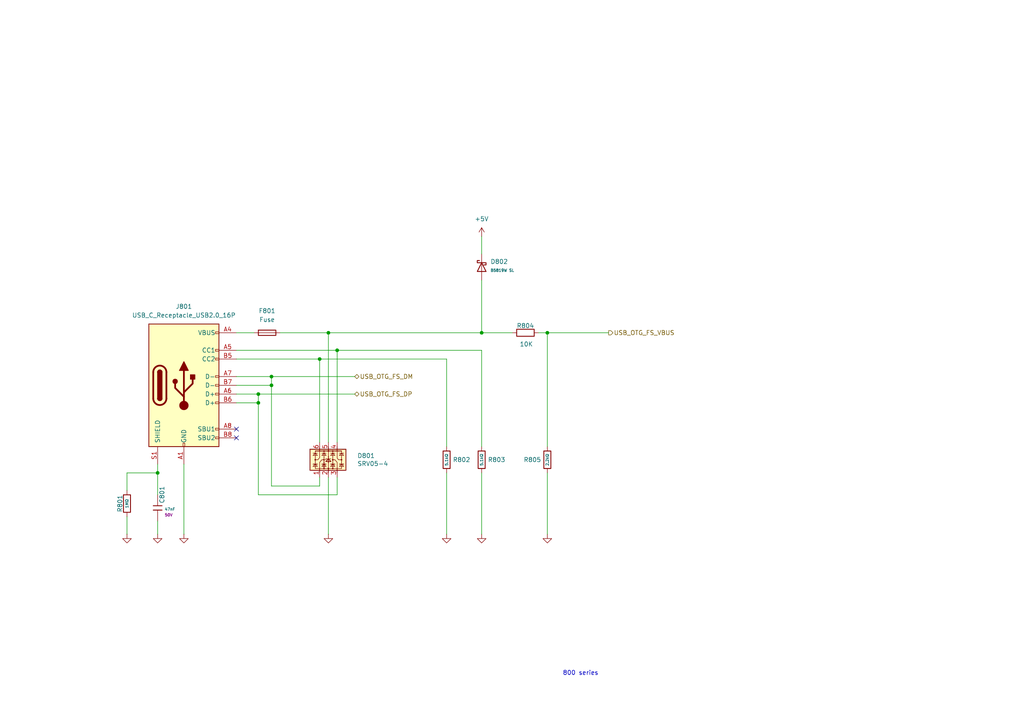
<source format=kicad_sch>
(kicad_sch (version 20250114) (generator "eeschema") (generator_version "9.0")
  (paper "A4")
  (title_block (title "l8"))
  (lib_symbols
    (symbol "PCM_JLCPCB-Capacitors:0603,47nF" (pin_numbers (hide yes)) (pin_names (offset 0))
      (property "Reference" "C" (at 2.032 1.668 0))
      (property "Value" "47nF" (at 2.032 -0.3782 0))
      (property "Voltage Rated" "50V" (at 2.032 -2.0462 0))
      (symbol "0603,47nF_0_1"
        (polyline (pts (xy -1.27 0.635) (xy 1.27 0.635)) (stroke (width 0.254)))
        (polyline (pts (xy -1.27 -0.635) (xy 1.27 -0.635)) (stroke (width 0.254)))
      )
      (symbol "0603,47nF_1_1"
        (pin passive line (at 0 3.81 270) (length 3.175) (name "~") (number "1"))
        (pin passive line (at 0 -3.81 90) (length 3.175) (name "~") (number "2"))
      )
    )
    (symbol "PCM_JLCPCB-Diodes:Schottky,B5819W SL" (pin_numbers (hide yes)) (pin_names (offset 0))
      (property "Reference" "D" (at 2.032 0.834 0))
      (property "Value" "B5819W SL" (at 2.032 -1.2122 0))
      (symbol "Schottky,B5819W SL_0_1"
        (polyline (pts (xy -1.27 1.27) (xy 0 -1.27) (xy 1.27 1.27) (xy -1.27 1.27)) (stroke (width 0.254)))
        (polyline (pts (xy 0.635 -1.905) (xy 1.27 -1.905) (xy 1.27 -1.27) (xy -1.27 -1.27) (xy -1.27 -0.635) (xy -0.635 -0.635)) (stroke (width 0.254)))
      )
      (symbol "Schottky,B5819W SL_1_1"
        (pin passive line (at 0 3.81 270) (length 3.81) (name "~") (number "2"))
        (pin passive line (at 0 -3.81 90) (length 3.81) (name "~") (number "1"))
      )
    )
    (symbol "PCM_JLCPCB-Resistors:0603,1MΩ" (pin_numbers (hide yes)) (pin_names (offset 0))
      (property "Reference" "R" (at 1.778 0 0))
      (property "Value" "1MΩ" (at 0 0 90))
      (symbol "0603,1MΩ_0_1"
        (rectangle (start -1.016 2.54) (end 1.016 -2.54) (stroke (width 0.254)))
      )
      (symbol "0603,1MΩ_1_1"
        (pin passive line (at 0 3.81 270) (length 1.27) (name "~") (number "1"))
        (pin passive line (at 0 -3.81 90) (length 1.27) (name "~") (number "2"))
      )
    )
    (symbol "dnt_global:Fuse_16V_500mA_100A_1A_150mΩ_0805_PTC_Resettable_Fuses_ROHS" (pin_numbers (hide yes)) (pin_names (offset 0))
      (property "Reference" "F1" (at 6.35 0 90))
      (property "Value" "Fuse_16V_500mA_100A_1A_150mΩ_0805_PTC_Resettable_Fuses_ROHS" (at 3.81 0 90))
      (symbol "Fuse_16V_500mA_100A_1A_150mΩ_0805_PTC_Resettable_Fuses_ROHS_0_1"
        (rectangle (start -0.762 -2.54) (end 0.762 2.54) (stroke (width 0.254)))
        (polyline (pts (xy 0 2.54) (xy 0 -2.54)))
      )
      (symbol "Fuse_16V_500mA_100A_1A_150mΩ_0805_PTC_Resettable_Fuses_ROHS_1_1"
        (pin passive line (at 0 3.81 270) (length 1.27) (name "~") (number "1"))
        (pin passive line (at 0 -3.81 90) (length 1.27) (name "~") (number "2"))
      )
    )
    (symbol "dnt_global:NUP4202"
      (property "Reference" "D10" (at 8.382 1.1684 0))
      (property "Value" "SRV05-4" (at 8.382 -1.143 0))
      (symbol "NUP4202_0_1"
        (rectangle (start -5.334 3.048) (end 5.08 -3.048) (stroke (width 0.254)) (fill (type background)))
        (polyline (pts (xy -4.445 1.905) (xy -3.175 1.905)))
        (polyline (pts (xy -4.445 1.27) (xy -3.175 1.27) (xy -3.81 1.905) (xy -4.445 1.27)))
        (polyline (pts (xy -4.445 -1.27) (xy -3.175 -1.27)))
        (polyline (pts (xy -4.445 -1.27) (xy -3.175 -1.27)))
        (polyline (pts (xy -4.445 -1.905) (xy -3.175 -1.905) (xy -3.81 -1.27) (xy -4.445 -1.905)))
        (polyline (pts (xy -3.81 2.54) (xy 3.81 2.54)))
        (polyline (pts (xy -3.81 2.54) (xy 3.81 2.54)))
        (polyline (pts (xy -3.81 0.635) (xy -3.81 2.54)))
        (circle (center -3.81 0) (radius 0.127))
        (circle (center -3.81 0) (radius 0.127))
        (polyline (pts (xy -3.81 -0.635) (xy -3.81 0.635)))
        (polyline (pts (xy -3.81 -2.54) (xy -3.81 -0.635)))
        (polyline (pts (xy -3.81 -2.54) (xy 3.81 -2.54)))
        (polyline (pts (xy -2.54 3.81) (xy -2.54 0.635) (xy -3.048 0) (xy -3.937 0)))
        (polyline (pts (xy -2.54 -3.81) (xy -2.54 -0.762) (xy -1.905 0) (xy -1.27 0)))
        (polyline (pts (xy -1.905 1.905) (xy -0.635 1.905)))
        (polyline (pts (xy -1.905 1.27) (xy -0.635 1.27) (xy -1.27 1.905) (xy -1.905 1.27)))
        (polyline (pts (xy -1.905 -1.27) (xy -0.635 -1.27)))
        (polyline (pts (xy -1.905 -1.27) (xy -0.635 -1.27)))
        (polyline (pts (xy -1.905 -1.905) (xy -0.635 -1.905) (xy -1.27 -1.27) (xy -1.905 -1.905)))
        (circle (center -1.27 2.54) (radius 0.127))
        (circle (center -1.27 2.54) (radius 0.127))
        (polyline (pts (xy -1.27 0.635) (xy -1.27 2.54)))
        (polyline (pts (xy -1.27 0.635) (xy -1.27 -0.635)))
        (circle (center -1.27 0) (radius 0.127))
        (circle (center -1.27 0) (radius 0.127))
        (circle (center -1.27 -2.54) (radius 0.127))
        (circle (center -1.27 -2.54) (radius 0.127))
        (polyline (pts (xy -1.27 -2.54) (xy -1.27 -0.635)))
        (polyline (pts (xy -1.27 -2.54) (xy -1.27 -0.635)))
        (polyline (pts (xy -0.762 -0.508) (xy 0.762 -0.508) (xy 0 0.254) (xy -0.762 -0.508)))
        (polyline (pts (xy -0.762 -0.508) (xy 0.762 -0.508) (xy 0 0.254) (xy -0.762 -0.508)))
        (circle (center 0 2.54) (radius 0.127))
        (circle (center 0 2.54) (radius 0.127))
        (polyline (pts (xy 0 1.016) (xy 0 3.81)))
        (polyline (pts (xy 0 -0.889) (xy 0 1.016)))
        (polyline (pts (xy 0 -0.889) (xy 0 1.016)))
        (polyline (pts (xy 0 -0.889) (xy 0 -3.81)))
        (circle (center 0 -2.54) (radius 0.127))
        (circle (center 0 -2.54) (radius 0.127))
        (polyline (pts (xy 0.635 1.905) (xy 1.905 1.905)))
        (polyline (pts (xy 0.635 1.27) (xy 1.905 1.27) (xy 1.27 1.905) (xy 0.635 1.27)))
        (polyline (pts (xy 0.635 -1.27) (xy 1.905 -1.27)))
        (polyline (pts (xy 0.635 -1.27) (xy 1.905 -1.27)))
        (polyline (pts (xy 0.635 -1.905) (xy 1.905 -1.905) (xy 1.27 -1.27) (xy 0.635 -1.905)))
        (polyline (pts (xy 0.762 0.254) (xy -0.762 0.254) (xy -0.762 0)))
        (circle (center 1.27 2.54) (radius 0.127))
        (circle (center 1.27 2.54) (radius 0.127))
        (polyline (pts (xy 1.27 0.635) (xy 1.27 2.54)))
        (polyline (pts (xy 1.27 0.635) (xy 1.27 -0.635)))
        (circle (center 1.27 0) (radius 0.127))
        (circle (center 1.27 0) (radius 0.127))
        (polyline (pts (xy 1.27 -2.54) (xy 1.27 -0.635)))
        (polyline (pts (xy 1.27 -2.54) (xy 1.27 -0.635)))
        (circle (center 1.27 -2.54) (radius 0.127))
        (circle (center 1.27 -2.54) (radius 0.127))
        (polyline (pts (xy 2.54 3.81) (xy 2.54 0.508) (xy 2.921 0) (xy 3.81 0)))
        (polyline (pts (xy 2.54 -3.81) (xy 2.54 -0.762) (xy 1.905 0) (xy 1.143 0)))
        (polyline (pts (xy 3.175 1.905) (xy 4.445 1.905)))
        (polyline (pts (xy 3.175 1.27) (xy 4.445 1.27) (xy 3.81 1.905) (xy 3.175 1.27)))
        (polyline (pts (xy 3.175 -1.27) (xy 4.445 -1.27)))
        (polyline (pts (xy 3.175 -1.27) (xy 4.445 -1.27)))
        (polyline (pts (xy 3.175 -1.905) (xy 4.445 -1.905) (xy 3.81 -1.27) (xy 3.175 -1.905)))
        (polyline (pts (xy 3.81 0.635) (xy 3.81 2.54)))
        (polyline (pts (xy 3.81 0.635) (xy 3.81 -0.635)))
        (circle (center 3.81 0) (radius 0.127))
        (circle (center 3.81 0) (radius 0.127))
        (polyline (pts (xy 3.81 -2.54) (xy 3.81 -0.635)))
      )
      (symbol "NUP4202_1_1"
        (pin passive line (at -2.54 5.08 270) (length 2.54) (name "~") (number "6"))
        (pin passive line (at -2.54 -5.08 90) (length 2.54) (name "~") (number "1"))
        (pin passive line (at 0 5.08 270) (length 2.54) (name "~") (number "5"))
        (pin passive line (at 0 -5.08 90) (length 2.54) (name "~") (number "2"))
        (pin passive line (at 2.54 5.08 270) (length 2.54) (name "~") (number "4"))
        (pin passive line (at 2.54 -5.08 90) (length 2.54) (name "~") (number "3"))
      )
    )
    (symbol "dnt_global:Resistor_0402,10kΩ" (pin_numbers (hide yes)) (pin_names (offset 0))
      (property "Reference" "R" (at 1.778 0 0))
      (property "Value" "10kΩ" (at 0 0 90))
      (symbol "Resistor_0402,10kΩ_0_1"
        (rectangle (start -1.016 2.54) (end 1.016 -2.54) (stroke (width 0.254)))
      )
      (symbol "Resistor_0402,10kΩ_1_1"
        (pin passive line (at 0 3.81 270) (length 1.27) (name "~") (number "1"))
        (pin passive line (at 0 -3.81 90) (length 1.27) (name "~") (number "2"))
      )
    )
    (symbol "dnt_global:Resistor_0402,2.2kΩ" (pin_numbers (hide yes)) (pin_names (offset 0))
      (property "Reference" "R" (at 1.778 0 0))
      (property "Value" "2.2kΩ" (at 0 0 90))
      (symbol "Resistor_0402,2.2kΩ_0_1"
        (rectangle (start -1.016 2.54) (end 1.016 -2.54) (stroke (width 0.254)))
      )
      (symbol "Resistor_0402,2.2kΩ_1_1"
        (pin passive line (at 0 3.81 270) (length 1.27) (name "~") (number "1"))
        (pin passive line (at 0 -3.81 90) (length 1.27) (name "~") (number "2"))
      )
    )
    (symbol "dnt_global:Resistor_0402,5.1kΩ" (pin_numbers (hide yes)) (pin_names (offset 0))
      (property "Reference" "R" (at 1.778 0 0))
      (property "Value" "5.1kΩ" (at 0 0 90))
      (symbol "Resistor_0402,5.1kΩ_0_1"
        (rectangle (start -1.016 2.54) (end 1.016 -2.54) (stroke (width 0.254)))
      )
      (symbol "Resistor_0402,5.1kΩ_1_1"
        (pin passive line (at 0 3.81 270) (length 1.27) (name "~") (number "1"))
        (pin passive line (at 0 -3.81 90) (length 1.27) (name "~") (number "2"))
      )
    )
    (symbol "dnt_global:USB_C_Receptacle_USB2.0_16P-GT-USB-7051A" (pin_names (offset 1.016))
      (property "Reference" "J" (at 0 22.225 0))
      (property "Value" "USB_C_Receptacle_USB2.0_16P-GT-USB-7051A" (at 0 19.685 0))
      (symbol "USB_C_Receptacle_USB2.0_16P-GT-USB-7051A_0_0"
        (rectangle (start -0.254 -17.78) (end 0.254 -16.764))
        (rectangle (start 10.16 15.494) (end 9.144 14.986))
        (rectangle (start 10.16 10.414) (end 9.144 9.906))
        (rectangle (start 10.16 7.874) (end 9.144 7.366))
        (rectangle (start 10.16 2.794) (end 9.144 2.286))
        (rectangle (start 10.16 0.254) (end 9.144 -0.254))
        (rectangle (start 10.16 -2.286) (end 9.144 -2.794))
        (rectangle (start 10.16 -4.826) (end 9.144 -5.334))
        (rectangle (start 10.16 -12.446) (end 9.144 -12.954))
        (rectangle (start 10.16 -14.986) (end 9.144 -15.494))
      )
      (symbol "USB_C_Receptacle_USB2.0_16P-GT-USB-7051A_0_1"
        (rectangle (start -10.16 17.78) (end 10.16 -17.78) (stroke (width 0.254)) (fill (type background)))
        (polyline (pts (xy -8.89 -3.81) (xy -8.89 3.81)) (stroke (width 0.508)))
        (rectangle (start -7.62 -3.81) (end -6.35 3.81) (stroke (width 0.254)) (fill (type outline)))
        (arc (start -7.62 3.81) (mid -6.985 4.4423) (end -6.35 3.81) (stroke (width 0.254)))
        (arc (start -7.62 3.81) (mid -6.985 4.4423) (end -6.35 3.81) (stroke (width 0.254)) (fill (type outline)))
        (arc (start -8.89 3.81) (mid -6.985 5.7067) (end -5.08 3.81) (stroke (width 0.508)))
        (arc (start -5.08 -3.81) (mid -6.985 -5.7067) (end -8.89 -3.81) (stroke (width 0.508)))
        (arc (start -6.35 -3.81) (mid -6.985 -4.4423) (end -7.62 -3.81) (stroke (width 0.254)))
        (arc (start -6.35 -3.81) (mid -6.985 -4.4423) (end -7.62 -3.81) (stroke (width 0.254)) (fill (type outline)))
        (polyline (pts (xy -5.08 3.81) (xy -5.08 -3.81)) (stroke (width 0.508)))
        (circle (center -2.54 1.143) (radius 0.635) (stroke (width 0.254)) (fill (type outline)))
        (polyline (pts (xy -1.27 4.318) (xy 0 6.858) (xy 1.27 4.318) (xy -1.27 4.318)) (stroke (width 0.254)) (fill (type outline)))
        (polyline (pts (xy 0 -2.032) (xy 2.54 0.508) (xy 2.54 1.778)) (stroke (width 0.508)))
        (polyline (pts (xy 0 -3.302) (xy -2.54 -0.762) (xy -2.54 0.508)) (stroke (width 0.508)))
        (polyline (pts (xy 0 -5.842) (xy 0 4.318)) (stroke (width 0.508)))
        (circle (center 0 -5.842) (radius 1.27) (fill (type outline)))
        (rectangle (start 1.905 1.778) (end 3.175 3.048) (stroke (width 0.254)) (fill (type outline)))
      )
      (symbol "USB_C_Receptacle_USB2.0_16P-GT-USB-7051A_1_1"
        (pin passive line (at -7.62 -22.86 90) (length 5.08) (name "SHIELD") (number "S1"))
        (pin passive line (at 0 -22.86 90) (length 5.08) (name "GND") (number "A1"))
        (pin passive line (at 0 -22.86 90) (length 5.08) (hide yes) (name "GND") (number "A12"))
        (pin passive line (at 0 -22.86 90) (length 5.08) (hide yes) (name "GND") (number "B1"))
        (pin passive line (at 0 -22.86 90) (length 5.08) (hide yes) (name "GND") (number "B12"))
        (pin passive line (at 15.24 15.24 180) (length 5.08) (name "VBUS") (number "A4"))
        (pin passive line (at 15.24 15.24 180) (length 5.08) (hide yes) (name "VBUS") (number "A9"))
        (pin passive line (at 15.24 15.24 180) (length 5.08) (hide yes) (name "VBUS") (number "B4"))
        (pin passive line (at 15.24 15.24 180) (length 5.08) (hide yes) (name "VBUS") (number "B9"))
        (pin bidirectional line (at 15.24 10.16 180) (length 5.08) (name "CC1") (number "A5"))
        (pin bidirectional line (at 15.24 7.62 180) (length 5.08) (name "CC2") (number "B5"))
        (pin bidirectional line (at 15.24 2.54 180) (length 5.08) (name "D-") (number "A7"))
        (pin bidirectional line (at 15.24 0 180) (length 5.08) (name "D-") (number "B7"))
        (pin bidirectional line (at 15.24 -2.54 180) (length 5.08) (name "D+") (number "A6"))
        (pin bidirectional line (at 15.24 -5.08 180) (length 5.08) (name "D+") (number "B6"))
        (pin bidirectional line (at 15.24 -12.7 180) (length 5.08) (name "SBU1") (number "A8"))
        (pin bidirectional line (at 15.24 -15.24 180) (length 5.08) (name "SBU2") (number "B8"))
      )
    )
    (symbol "power:+5V" (power) (pin_numbers (hide yes)) (pin_names (offset 0) (hide yes))
      (property "Value" "+5V" (at 0 3.556 0))
      (symbol "+5V_0_1"
        (polyline (pts (xy -0.762 1.27) (xy 0 2.54)))
        (polyline (pts (xy 0 2.54) (xy 0.762 1.27)))
        (polyline (pts (xy 0 0) (xy 0 2.54)))
      )
      (symbol "+5V_1_1"
        (pin power_in line (at 0 0 90) (length 0) (name "~") (number "1"))
      )
    )
    (symbol "power:GND" (power) (pin_numbers (hide yes)) (pin_names (offset 0) (hide yes))
      (property "Value" "GND" (at 0 -3.81 0))
      (symbol "GND_0_1"
        (polyline (pts (xy 0 0) (xy 0 -1.27) (xy 1.27 -1.27) (xy 0 -2.54) (xy -1.27 -1.27) (xy 0 -1.27)))
      )
      (symbol "GND_1_1"
        (pin power_in line (at 0 0 270) (length 0) (name "~") (number "1"))
      )
    )
  )
  (text "800 series" (at 168.402 195.326 0) (effects (font (size 1.27 1.27))))
  (junction (at 74.93 114.3))
  (junction (at 158.75 96.52))
  (junction (at 92.71 104.14))
  (junction (at 97.79 101.6))
  (junction (at 95.25 96.52))
  (junction (at 78.74 111.76))
  (junction (at 74.93 116.84))
  (junction (at 45.72 137.16))
  (junction (at 78.74 109.22))
  (junction (at 139.7 96.52))
  (no_connect (at 68.58 124.46))
  (no_connect (at 68.58 127))
  (wire (pts (xy 156.21 96.52) (xy 158.75 96.52)))
  (wire (pts (xy 74.93 114.3) (xy 74.93 116.84)))
  (wire (pts (xy 68.58 104.14) (xy 92.71 104.14)))
  (wire (pts (xy 95.25 96.52) (xy 95.25 128.27)))
  (wire (pts (xy 36.83 137.16) (xy 36.83 142.24)))
  (wire (pts (xy 97.79 143.51) (xy 74.93 143.51)))
  (wire (pts (xy 68.58 111.76) (xy 78.74 111.76)))
  (wire (pts (xy 74.93 116.84) (xy 74.93 143.51)))
  (wire (pts (xy 53.34 134.62) (xy 53.34 154.94)))
  (wire (pts (xy 97.79 101.6) (xy 97.79 128.27)))
  (wire (pts (xy 139.7 137.16) (xy 139.7 154.94)))
  (wire (pts (xy 92.71 138.43) (xy 92.71 140.97)))
  (wire (pts (xy 45.72 134.62) (xy 45.72 137.16)))
  (wire (pts (xy 74.93 114.3) (xy 102.87 114.3)))
  (wire (pts (xy 92.71 104.14) (xy 129.54 104.14)))
  (wire (pts (xy 68.58 109.22) (xy 78.74 109.22)))
  (wire (pts (xy 139.7 101.6) (xy 139.7 129.54)))
  (wire (pts (xy 139.7 96.52) (xy 148.59 96.52)))
  (wire (pts (xy 129.54 137.16) (xy 129.54 154.94)))
  (wire (pts (xy 139.7 81.28) (xy 139.7 96.52)))
  (wire (pts (xy 78.74 109.22) (xy 78.74 111.76)))
  (wire (pts (xy 139.7 68.58) (xy 139.7 73.66)))
  (wire (pts (xy 129.54 104.14) (xy 129.54 129.54)))
  (wire (pts (xy 45.72 151.13) (xy 45.72 154.94)))
  (wire (pts (xy 97.79 138.43) (xy 97.79 143.51)))
  (wire (pts (xy 92.71 128.27) (xy 92.71 104.14)))
  (wire (pts (xy 45.72 137.16) (xy 45.72 143.51)))
  (wire (pts (xy 78.74 109.22) (xy 102.87 109.22)))
  (wire (pts (xy 158.75 96.52) (xy 176.53 96.52)))
  (wire (pts (xy 36.83 149.86) (xy 36.83 154.94)))
  (wire (pts (xy 92.71 140.97) (xy 78.74 140.97)))
  (wire (pts (xy 68.58 114.3) (xy 74.93 114.3)))
  (wire (pts (xy 36.83 137.16) (xy 45.72 137.16)))
  (wire (pts (xy 68.58 96.52) (xy 73.66 96.52)))
  (wire (pts (xy 68.58 116.84) (xy 74.93 116.84)))
  (wire (pts (xy 95.25 96.52) (xy 139.7 96.52)))
  (wire (pts (xy 78.74 111.76) (xy 78.74 140.97)))
  (wire (pts (xy 95.25 138.43) (xy 95.25 154.94)))
  (wire (pts (xy 158.75 154.94) (xy 158.75 137.16)))
  (wire (pts (xy 68.58 101.6) (xy 97.79 101.6)))
  (wire (pts (xy 158.75 96.52) (xy 158.75 129.54)))
  (wire (pts (xy 81.28 96.52) (xy 95.25 96.52)))
  (wire (pts (xy 97.79 101.6) (xy 139.7 101.6)))
  (hierarchical_label "USB_OTG_FS_DP" (shape bidirectional) (at 102.87 114.3 0))
  (hierarchical_label "USB_OTG_FS_VBUS" (shape output) (at 176.53 96.52 0))
  (hierarchical_label "USB_OTG_FS_DM" (shape bidirectional) (at 102.87 109.22 0))
  (symbol (lib_id "dnt_global:NUP4202") (at 95.25 133.35 0) (unit 1)
    (property "Reference" "D802" (at 103.632 132.1816 0) (effects (justify left)))
    (property "Value" "SRV05-4" (at 103.632 134.493 0) (effects (justify left)))
    (property "Footprint" "Package_TO_SOT_SMD:SOT-23-6" (effects (hide yes)))
    (property "Description" "4.5A@8/20us 12V 60W@8/20us 9V SOT-23-6 TVS Diodes ROHS" (effects (hide yes)))
    (property "LCSC" "C2836319" (effects (hide yes)))
    (property "JLCPCB Rotation Offset" "90" (effects (hide yes)))
    (instances (project "l8-kicad" (path "" (reference "D801") (unit 1))) (project "l8-kicad" (path "" (reference "D802") (unit 1))) (project "l8-kicad" (path "" (reference "D802") (unit 1))))
  )
  (symbol (lib_id "dnt_global:Fuse_16V_500mA_100A_1A_150mΩ_0805_PTC_Resettable_Fuses_ROHS") (at 77.47 96.52 90) (unit 1)
    (property "Reference" "F801" (at 77.47 90.17 90))
    (property "Value" "Fuse" (at 77.47 92.71 90))
    (property "Footprint" "Fuse:Fuse_0805_2012Metric" (effects (hide yes)))
    (property "Description" "Fuse" (effects (hide yes)))
    (property "LCSC" "C2833485" (effects (hide yes)))
  )
  (symbol (lib_id "power:GND") (at 36.83 154.94 0) (unit 1)
    (property "Reference" "#PWR0801" (effects (hide yes)))
    (property "Value" "GND" (effects (hide yes)))
    (property "Description" "Power symbol creates a global label with name \"GND\" , ground" (effects (hide yes)))
  )
  (symbol (lib_id "dnt_global:Resistor_0402,2.2kΩ") (at 158.75 133.35 180) (unit 1)
    (property "Reference" "R701" (at 156.972 133.35 0) (effects (justify left)))
    (property "Value" "2.2kΩ" (at 158.75 133.35 90) (effects (font (size 0.8 0.8))))
    (property "Footprint" "PCM_JLCPCB:R_0402" (effects (hide yes)))
    (property "Datasheet" "https://www.lcsc.com/datasheet/lcsc_datasheet_2206010045_UNI-ROYAL-Uniroyal-Elec-0402WGF2201TCE_C25879.pdf" (effects (hide yes)))
    (property "Description" "62.5mW Thick Film Resistors 50V ±100ppm/°C ±1% 2.2kΩ 0402 Chip Resistor - Surface Mount ROHS" (effects (hide yes)))
    (property "LCSC" "C25879" (effects (hide yes)))
    (property "Stock" "1767502" (effects (hide yes)))
    (property "Price" "0.004USD" (effects (hide yes)))
    (property "Process" "SMT" (effects (hide yes)))
    (property "Minimum Qty" "20" (effects (hide yes)))
    (property "Attrition Qty" "10" (effects (hide yes)))
    (property "Class" "Basic Component" (effects (hide yes)))
    (property "Category" "Resistors,Chip Resistor - Surface Mount" (effects (hide yes)))
    (property "Manufacturer" "UNI-ROYAL(Uniroyal Elec)" (effects (hide yes)))
    (property "Part" "0402WGF2201TCE" (effects (hide yes)))
    (property "Resistance" "2.2kΩ" (effects (hide yes)))
    (property "Power(Watts)" "62.5mW" (effects (hide yes)))
    (property "Type" "Thick Film Resistors" (effects (hide yes)))
    (property "Overload Voltage (Max)" "50V" (effects (hide yes)))
    (property "Operating Temperature Range" "-55°C~+155°C" (effects (hide yes)))
    (property "Tolerance" "±1%" (effects (hide yes)))
    (property "Temperature Coefficient" "±100ppm/°C" (effects (hide yes)))
    (instances (project "l8-kicad" (path "" (reference "R805") (unit 1))) (project "l8-kicad" (path "" (reference "R701") (unit 1))) (project "l8-kicad" (path "" (reference "R701") (unit 1))))
  )
  (symbol (lib_id "power:GND") (at 158.75 154.94 0) (unit 1)
    (property "Reference" "#PWR0808" (effects (hide yes)))
    (property "Value" "GND" (effects (hide yes)))
    (property "Description" "Power symbol creates a global label with name \"GND\" , ground" (effects (hide yes)))
  )
  (symbol (lib_id "power:GND") (at 45.72 154.94 0) (unit 1)
    (property "Reference" "#PWR0802" (effects (hide yes)))
    (property "Value" "GND" (effects (hide yes)))
    (property "Description" "Power symbol creates a global label with name \"GND\" , ground" (effects (hide yes)))
  )
  (symbol (lib_id "PCM_JLCPCB-Resistors:0603,1MΩ") (at 36.83 146.05 0) (mirror y) (unit 1)
    (property "Reference" "R801" (at 34.798 146.05 90))
    (property "Value" "1MΩ" (at 36.83 146.05 90) (effects (font (size 0.8 0.8))))
    (property "Footprint" "PCM_JLCPCB:R_0603" (effects (hide yes)))
    (property "Datasheet" "https://www.lcsc.com/datasheet/lcsc_datasheet_2206010130_UNI-ROYAL-Uniroyal-Elec-0603WAF1004T5E_C22935.pdf" (effects (hide yes)))
    (property "Description" "100mW Thick Film Resistors 75V ±100ppm/°C ±1% 1MΩ 0603 Chip Resistor - Surface Mount ROHS" (effects (hide yes)))
    (property "LCSC" "C22935" (effects (hide yes)))
    (property "Stock" "3961571" (effects (hide yes)))
    (property "Price" "0.004USD" (effects (hide yes)))
    (property "Process" "SMT" (effects (hide yes)))
    (property "Minimum Qty" "20" (effects (hide yes)))
    (property "Attrition Qty" "10" (effects (hide yes)))
    (property "Class" "Basic Component" (effects (hide yes)))
    (property "Category" "Resistors,Chip Resistor - Surface Mount" (effects (hide yes)))
    (property "Manufacturer" "UNI-ROYAL(Uniroyal Elec)" (effects (hide yes)))
    (property "Part" "0603WAF1004T5E" (effects (hide yes)))
    (property "Resistance" "1MΩ" (effects (hide yes)))
    (property "Power(Watts)" "100mW" (effects (hide yes)))
    (property "Type" "Thick Film Resistors" (effects (hide yes)))
    (property "Overload Voltage (Max)" "75V" (effects (hide yes)))
    (property "Operating Temperature Range" "-55°C~+155°C" (effects (hide yes)))
    (property "Tolerance" "±1%" (effects (hide yes)))
    (property "Temperature Coefficient" "±100ppm/°C" (effects (hide yes)))
  )
  (symbol (lib_id "dnt_global:Resistor_0402,5.1kΩ") (at 129.54 133.35 0) (mirror x) (unit 1)
    (property "Reference" "R802" (at 131.318 133.35 0) (effects (justify left)))
    (property "Value" "5.1kΩ" (at 129.54 133.35 90) (effects (font (size 0.8 0.8))))
    (property "Footprint" "PCM_JLCPCB:R_0402" (effects (hide yes)))
    (property "Datasheet" "https://www.lcsc.com/datasheet/lcsc_datasheet_2206010045_UNI-ROYAL-Uniroyal-Elec-0402WGF5101TCE_C25905.pdf" (effects (hide yes)))
    (property "Description" "62.5mW Thick Film Resistors 50V ±100ppm/°C ±1% 5.1kΩ 0402 Chip Resistor - Surface Mount ROHS" (effects (hide yes)))
    (property "LCSC" "C25905" (effects (hide yes)))
    (property "Stock" "3534773" (effects (hide yes)))
    (property "Price" "0.004USD" (effects (hide yes)))
    (property "Process" "SMT" (effects (hide yes)))
    (property "Minimum Qty" "20" (effects (hide yes)))
    (property "Attrition Qty" "10" (effects (hide yes)))
    (property "Class" "Basic Component" (effects (hide yes)))
    (property "Category" "Resistors,Chip Resistor - Surface Mount" (effects (hide yes)))
    (property "Manufacturer" "UNI-ROYAL(Uniroyal Elec)" (effects (hide yes)))
    (property "Part" "0402WGF5101TCE" (effects (hide yes)))
    (property "Resistance" "5.1kΩ" (effects (hide yes)))
    (property "Power(Watts)" "62.5mW" (effects (hide yes)))
    (property "Type" "Thick Film Resistors" (effects (hide yes)))
    (property "Overload Voltage (Max)" "50V" (effects (hide yes)))
    (property "Operating Temperature Range" "-55°C~+155°C" (effects (hide yes)))
    (property "Tolerance" "±1%" (effects (hide yes)))
    (property "Temperature Coefficient" "±100ppm/°C" (effects (hide yes)))
  )
  (symbol (lib_id "dnt_global:Resistor_0402,10kΩ") (at 152.4 96.52 270) (mirror x) (unit 1)
    (property "Reference" "R702" (at 152.4 94.488 90))
    (property "Value" "10K" (at 152.654 99.822 90))
    (property "Footprint" "PCM_JLCPCB:R_0402" (effects (hide yes)))
    (property "Datasheet" "https://www.lcsc.com/datasheet/lcsc_datasheet_2411221126_UNI-ROYAL-Uniroyal-Elec-0402WGF1002TCE_C25744.pdf" (effects (hide yes)))
    (property "Description" "62.5mW Thick Film Resistors 50V ±100ppm/°C ±1% 10kΩ 0402 Chip Resistor - Surface Mount ROHS" (effects (hide yes)))
    (property "LCSC" "C25744" (effects (hide yes)))
    (property "Stock" "24372091" (effects (hide yes)))
    (property "Price" "0.004USD" (effects (hide yes)))
    (property "Process" "SMT" (effects (hide yes)))
    (property "Minimum Qty" "20" (effects (hide yes)))
    (property "Attrition Qty" "10" (effects (hide yes)))
    (property "Class" "Basic Component" (effects (hide yes)))
    (property "Category" "Resistors,Chip Resistor - Surface Mount" (effects (hide yes)))
    (property "Manufacturer" "UNI-ROYAL(Uniroyal Elec)" (effects (hide yes)))
    (property "Part" "0402WGF1002TCE" (effects (hide yes)))
    (property "Resistance" "10kΩ" (effects (hide yes)))
    (property "Power(Watts)" "62.5mW" (effects (hide yes)))
    (property "Type" "Thick Film Resistors" (effects (hide yes)))
    (property "Overload Voltage (Max)" "50V" (effects (hide yes)))
    (property "Operating Temperature Range" "-55°C~+155°C" (effects (hide yes)))
    (property "Tolerance" "±1%" (effects (hide yes)))
    (property "Temperature Coefficient" "±100ppm/°C" (effects (hide yes)))
    (instances (project "l8-kicad" (path "" (reference "R804") (unit 1))) (project "l8-kicad" (path "" (reference "R702") (unit 1))) (project "l8-kicad" (path "" (reference "R702") (unit 1))))
  )
  (symbol (lib_id "PCM_JLCPCB-Diodes:Schottky,B5819W SL") (at 139.7 77.47 180) (unit 1)
    (property "Reference" "D801" (at 142.24 75.8824 0) (effects (justify right)))
    (property "Value" "B5819W SL" (at 142.24 78.4225 0) (effects (font (size 0.8 0.8)) (justify right)))
    (property "Footprint" "PCM_JLCPCB:D_SOD-123" (effects (hide yes)))
    (property "Datasheet" "https://www.lcsc.com/datasheet/lcsc_datasheet_2304140030_Jiangsu-Changjing-Electronics-Technology-Co---Ltd--B5819W-SL_C8598.pdf" (effects (hide yes)))
    (property "Description" "40V 600mV@1A 1A SOD-123 Schottky Diodes ROHS" (effects (hide yes)))
    (property "LCSC" "C8598" (effects (hide yes)))
    (property "Stock" "668909" (effects (hide yes)))
    (property "Price" "0.024USD" (effects (hide yes)))
    (property "Process" "SMT" (effects (hide yes)))
    (property "Minimum Qty" "20" (effects (hide yes)))
    (property "Attrition Qty" "8" (effects (hide yes)))
    (property "Class" "Basic Component" (effects (hide yes)))
    (property "Category" "Diodes,Schottky Barrier Diodes (SBD)" (effects (hide yes)))
    (property "Manufacturer" "Changjiang Electronics Tech (CJ)" (effects (hide yes)))
    (property "Part" "B5819W SL" (effects (hide yes)))
    (property "Rectified Current" "1A" (effects (hide yes)))
    (property "Forward Voltage (Vf@If)" "600mV@1A" (effects (hide yes)))
    (property "Reverse Voltage (Vr)" "40V" (effects (hide yes)))
    (instances (project "l8-kicad" (path "" (reference "D802") (unit 1))) (project "l8-kicad" (path "" (reference "D801") (unit 1))) (project "l8-kicad" (path "" (reference "D801") (unit 1))))
  )
  (symbol (lib_id "power:+5V") (at 139.7 68.58 0) (unit 1)
    (property "Reference" "#PWR0804" (effects (hide yes)))
    (property "Value" "+5V" (at 139.7 63.5 0))
    (property "Description" "Power symbol creates a global label with name \"+5V\"" (effects (hide yes)))
    (instances (project "l8-kicad" (path "" (reference "#PWR0806") (unit 1))) (project "l8-kicad" (path "" (reference "#PWR0804") (unit 1))) (project "l8-kicad" (path "" (reference "#PWR0804") (unit 1))))
  )
  (symbol (lib_id "power:GND") (at 95.25 154.94 0) (unit 1)
    (property "Reference" "#PWR0805" (effects (hide yes)))
    (property "Value" "GND" (effects (hide yes)))
    (property "Description" "Power symbol creates a global label with name \"GND\" , ground" (effects (hide yes)))
    (instances (project "l8-kicad" (path "" (reference "#PWR0804") (unit 1))) (project "l8-kicad" (path "" (reference "#PWR0805") (unit 1))) (project "l8-kicad" (path "" (reference "#PWR0805") (unit 1))))
  )
  (symbol (lib_id "dnt_global:Resistor_0402,5.1kΩ") (at 139.7 133.35 0) (mirror x) (unit 1)
    (property "Reference" "R803" (at 141.478 133.35 0) (effects (justify left)))
    (property "Value" "5.1kΩ" (at 139.7 133.35 90) (effects (font (size 0.8 0.8))))
    (property "Footprint" "PCM_JLCPCB:R_0402" (effects (hide yes)))
    (property "Datasheet" "https://www.lcsc.com/datasheet/lcsc_datasheet_2206010045_UNI-ROYAL-Uniroyal-Elec-0402WGF5101TCE_C25905.pdf" (effects (hide yes)))
    (property "Description" "62.5mW Thick Film Resistors 50V ±100ppm/°C ±1% 5.1kΩ 0402 Chip Resistor - Surface Mount ROHS" (effects (hide yes)))
    (property "LCSC" "C25905" (effects (hide yes)))
    (property "Stock" "3534773" (effects (hide yes)))
    (property "Price" "0.004USD" (effects (hide yes)))
    (property "Process" "SMT" (effects (hide yes)))
    (property "Minimum Qty" "20" (effects (hide yes)))
    (property "Attrition Qty" "10" (effects (hide yes)))
    (property "Class" "Basic Component" (effects (hide yes)))
    (property "Category" "Resistors,Chip Resistor - Surface Mount" (effects (hide yes)))
    (property "Manufacturer" "UNI-ROYAL(Uniroyal Elec)" (effects (hide yes)))
    (property "Part" "0402WGF5101TCE" (effects (hide yes)))
    (property "Resistance" "5.1kΩ" (effects (hide yes)))
    (property "Power(Watts)" "62.5mW" (effects (hide yes)))
    (property "Type" "Thick Film Resistors" (effects (hide yes)))
    (property "Overload Voltage (Max)" "50V" (effects (hide yes)))
    (property "Operating Temperature Range" "-55°C~+155°C" (effects (hide yes)))
    (property "Tolerance" "±1%" (effects (hide yes)))
    (property "Temperature Coefficient" "±100ppm/°C" (effects (hide yes)))
  )
  (symbol (lib_id "dnt_global:USB_C_Receptacle_USB2.0_16P-GT-USB-7051A") (at 53.34 111.76 0) (unit 1)
    (property "Reference" "J801" (at 53.34 88.9 0))
    (property "Value" "USB_C_Receptacle_USB2.0_16P" (at 53.34 91.44 0))
    (property "Footprint" "Connector_USB:USB_C_Receptacle_G-Switch_GT-USB-7051x" (effects (hide yes)))
    (property "Datasheet" "https://jlcpcb.com/api/file/downloadByFileSystemAccessId/8588944427586342912" (effects (hide yes)))
    (property "Description" "USB 2.0-only 16P Type-C Receptacle connector" (effects (hide yes)))
    (property "LCSC" "C2843970" (effects (hide yes)))
  )
  (symbol (lib_id "power:GND") (at 139.7 154.94 0) (unit 1)
    (property "Reference" "#PWR0807" (effects (hide yes)))
    (property "Value" "GND" (effects (hide yes)))
    (property "Description" "Power symbol creates a global label with name \"GND\" , ground" (effects (hide yes)))
  )
  (symbol (lib_id "power:GND") (at 129.54 154.94 0) (unit 1)
    (property "Reference" "#PWR0806" (effects (hide yes)))
    (property "Value" "GND" (effects (hide yes)))
    (property "Description" "Power symbol creates a global label with name \"GND\" , ground" (effects (hide yes)))
    (instances (project "l8-kicad" (path "" (reference "#PWR0805") (unit 1))) (project "l8-kicad" (path "" (reference "#PWR0806") (unit 1))) (project "l8-kicad" (path "" (reference "#PWR0806") (unit 1))))
  )
  (symbol (lib_id "PCM_JLCPCB-Capacitors:0603,47nF") (at 45.72 147.32 0) (unit 1)
    (property "Reference" "C801" (at 46.99 146.05 90) (effects (justify left)))
    (property "Value" "47nF" (at 47.752 147.6982 0) (effects (font (size 0.8 0.8)) (justify left)))
    (property "Footprint" "PCM_JLCPCB:C_0603" (effects (hide yes)))
    (property "Datasheet" "https://www.lcsc.com/datasheet/lcsc_datasheet_2304140030_Samsung-Electro-Mechanics-CL10B473KB8NNNC_C1622.pdf" (effects (hide yes)))
    (property "Description" "50V 47nF X7R ±10% 0603 Multilayer Ceramic Capacitors MLCC - SMD/SMT ROHS" (effects (hide yes)))
    (property "LCSC" "C1622" (effects (hide yes)))
    (property "Stock" "366842" (effects (hide yes)))
    (property "Price" "0.008USD" (effects (hide yes)))
    (property "Process" "SMT" (effects (hide yes)))
    (property "Minimum Qty" "20" (effects (hide yes)))
    (property "Attrition Qty" "10" (effects (hide yes)))
    (property "Class" "Basic Component" (effects (hide yes)))
    (property "Category" "Capacitors,Multilayer Ceramic Capacitors MLCC - SMD/SMT" (effects (hide yes)))
    (property "Manufacturer" "Samsung Electro-Mechanics" (effects (hide yes)))
    (property "Part" "CL10B473KB8NNNC" (effects (hide yes)))
    (property "Voltage Rated" "50V" (at 47.752 149.3662 0) (effects (font (size 0.8 0.8)) (justify left)))
    (property "Tolerance" "±10%" (effects (hide yes)))
    (property "Capacitance" "47nF" (effects (hide yes)))
    (property "Temperature Coefficient" "X7R" (effects (hide yes)))
  )
  (symbol (lib_id "power:GND") (at 53.34 154.94 0) (unit 1)
    (property "Reference" "#PWR0803" (effects (hide yes)))
    (property "Value" "GND" (effects (hide yes)))
    (property "Description" "Power symbol creates a global label with name \"GND\" , ground" (effects (hide yes)))
  )
)
</source>
